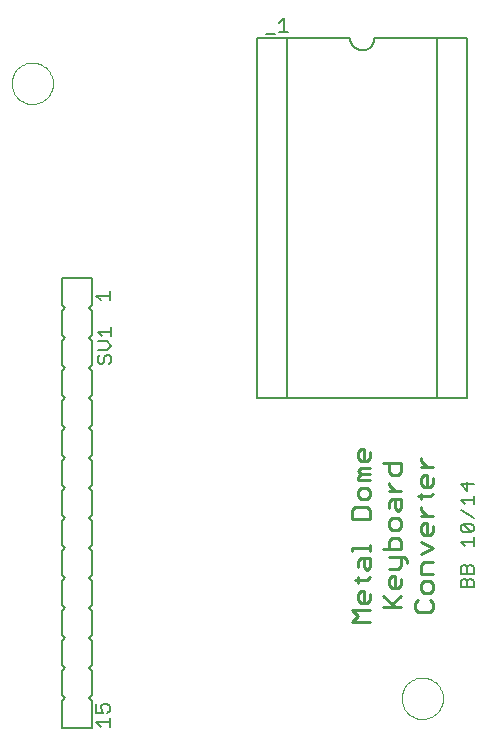
<source format=gto>
G75*
G70*
%OFA0B0*%
%FSLAX24Y24*%
%IPPOS*%
%LPD*%
%AMOC8*
5,1,8,0,0,1.08239X$1,22.5*
%
%ADD10C,0.0000*%
%ADD11C,0.0110*%
%ADD12C,0.0080*%
%ADD13C,0.0060*%
%ADD14C,0.0050*%
D10*
X013991Y001680D02*
X013993Y001732D01*
X013999Y001784D01*
X014009Y001835D01*
X014022Y001885D01*
X014040Y001935D01*
X014061Y001982D01*
X014085Y002028D01*
X014114Y002072D01*
X014145Y002114D01*
X014179Y002153D01*
X014216Y002190D01*
X014256Y002223D01*
X014299Y002254D01*
X014343Y002281D01*
X014389Y002305D01*
X014438Y002325D01*
X014487Y002341D01*
X014538Y002354D01*
X014589Y002363D01*
X014641Y002368D01*
X014693Y002369D01*
X014745Y002366D01*
X014797Y002359D01*
X014848Y002348D01*
X014898Y002334D01*
X014947Y002315D01*
X014994Y002293D01*
X015039Y002268D01*
X015083Y002239D01*
X015124Y002207D01*
X015163Y002172D01*
X015198Y002134D01*
X015231Y002093D01*
X015261Y002051D01*
X015287Y002006D01*
X015310Y001959D01*
X015329Y001910D01*
X015345Y001860D01*
X015357Y001810D01*
X015365Y001758D01*
X015369Y001706D01*
X015369Y001654D01*
X015365Y001602D01*
X015357Y001550D01*
X015345Y001500D01*
X015329Y001450D01*
X015310Y001401D01*
X015287Y001354D01*
X015261Y001309D01*
X015231Y001267D01*
X015198Y001226D01*
X015163Y001188D01*
X015124Y001153D01*
X015083Y001121D01*
X015039Y001092D01*
X014994Y001067D01*
X014947Y001045D01*
X014898Y001026D01*
X014848Y001012D01*
X014797Y001001D01*
X014745Y000994D01*
X014693Y000991D01*
X014641Y000992D01*
X014589Y000997D01*
X014538Y001006D01*
X014487Y001019D01*
X014438Y001035D01*
X014389Y001055D01*
X014343Y001079D01*
X014299Y001106D01*
X014256Y001137D01*
X014216Y001170D01*
X014179Y001207D01*
X014145Y001246D01*
X014114Y001288D01*
X014085Y001332D01*
X014061Y001378D01*
X014040Y001425D01*
X014022Y001475D01*
X014009Y001525D01*
X013999Y001576D01*
X013993Y001628D01*
X013991Y001680D01*
X000991Y022180D02*
X000993Y022232D01*
X000999Y022284D01*
X001009Y022335D01*
X001022Y022385D01*
X001040Y022435D01*
X001061Y022482D01*
X001085Y022528D01*
X001114Y022572D01*
X001145Y022614D01*
X001179Y022653D01*
X001216Y022690D01*
X001256Y022723D01*
X001299Y022754D01*
X001343Y022781D01*
X001389Y022805D01*
X001438Y022825D01*
X001487Y022841D01*
X001538Y022854D01*
X001589Y022863D01*
X001641Y022868D01*
X001693Y022869D01*
X001745Y022866D01*
X001797Y022859D01*
X001848Y022848D01*
X001898Y022834D01*
X001947Y022815D01*
X001994Y022793D01*
X002039Y022768D01*
X002083Y022739D01*
X002124Y022707D01*
X002163Y022672D01*
X002198Y022634D01*
X002231Y022593D01*
X002261Y022551D01*
X002287Y022506D01*
X002310Y022459D01*
X002329Y022410D01*
X002345Y022360D01*
X002357Y022310D01*
X002365Y022258D01*
X002369Y022206D01*
X002369Y022154D01*
X002365Y022102D01*
X002357Y022050D01*
X002345Y022000D01*
X002329Y021950D01*
X002310Y021901D01*
X002287Y021854D01*
X002261Y021809D01*
X002231Y021767D01*
X002198Y021726D01*
X002163Y021688D01*
X002124Y021653D01*
X002083Y021621D01*
X002039Y021592D01*
X001994Y021567D01*
X001947Y021545D01*
X001898Y021526D01*
X001848Y021512D01*
X001797Y021501D01*
X001745Y021494D01*
X001693Y021491D01*
X001641Y021492D01*
X001589Y021497D01*
X001538Y021506D01*
X001487Y021519D01*
X001438Y021535D01*
X001389Y021555D01*
X001343Y021579D01*
X001299Y021606D01*
X001256Y021637D01*
X001216Y021670D01*
X001179Y021707D01*
X001145Y021746D01*
X001114Y021788D01*
X001085Y021832D01*
X001061Y021878D01*
X001040Y021925D01*
X001022Y021975D01*
X001009Y022025D01*
X000999Y022076D01*
X000993Y022128D01*
X000991Y022180D01*
D11*
X012433Y008058D02*
X012334Y007960D01*
X012334Y007665D01*
X012925Y007665D01*
X012925Y007960D01*
X012827Y008058D01*
X012433Y008058D01*
X012630Y008309D02*
X012827Y008309D01*
X012925Y008408D01*
X012925Y008604D01*
X012827Y008703D01*
X012630Y008703D01*
X012531Y008604D01*
X012531Y008408D01*
X012630Y008309D01*
X012531Y008954D02*
X012531Y009052D01*
X012630Y009151D01*
X012531Y009249D01*
X012630Y009347D01*
X012925Y009347D01*
X012925Y009151D02*
X012630Y009151D01*
X012531Y008954D02*
X012925Y008954D01*
X012827Y009598D02*
X012630Y009598D01*
X012531Y009697D01*
X012531Y009894D01*
X012630Y009992D01*
X012728Y009992D01*
X012728Y009598D01*
X012827Y009598D02*
X012925Y009697D01*
X012925Y009894D01*
X013384Y009509D02*
X013975Y009509D01*
X013975Y009213D01*
X013877Y009115D01*
X013680Y009115D01*
X013581Y009213D01*
X013581Y009509D01*
X013581Y008873D02*
X013581Y008775D01*
X013778Y008578D01*
X013975Y008578D02*
X013581Y008578D01*
X013680Y008327D02*
X013581Y008229D01*
X013581Y008032D01*
X013778Y008032D02*
X013778Y008327D01*
X013680Y008327D02*
X013975Y008327D01*
X013975Y008032D01*
X013877Y007933D01*
X013778Y008032D01*
X013680Y007682D02*
X013581Y007584D01*
X013581Y007387D01*
X013680Y007289D01*
X013877Y007289D01*
X013975Y007387D01*
X013975Y007584D01*
X013877Y007682D01*
X013680Y007682D01*
X013680Y007038D02*
X013581Y006939D01*
X013581Y006644D01*
X013384Y006644D02*
X013975Y006644D01*
X013975Y006939D01*
X013877Y007038D01*
X013680Y007038D01*
X013581Y006393D02*
X014073Y006393D01*
X014172Y006295D01*
X014172Y006196D01*
X013975Y006098D02*
X013975Y006393D01*
X013975Y006098D02*
X013877Y006000D01*
X013581Y006000D01*
X013680Y005749D02*
X013778Y005749D01*
X013778Y005355D01*
X013680Y005355D02*
X013581Y005453D01*
X013581Y005650D01*
X013680Y005749D01*
X013975Y005650D02*
X013975Y005453D01*
X013877Y005355D01*
X013680Y005355D01*
X013975Y005104D02*
X013680Y004809D01*
X013778Y004711D02*
X013384Y005104D01*
X013384Y004711D02*
X013975Y004711D01*
X014434Y004648D02*
X014533Y004549D01*
X014927Y004549D01*
X015025Y004648D01*
X015025Y004845D01*
X014927Y004943D01*
X014927Y005194D02*
X014730Y005194D01*
X014631Y005292D01*
X014631Y005489D01*
X014730Y005588D01*
X014927Y005588D01*
X015025Y005489D01*
X015025Y005292D01*
X014927Y005194D01*
X014533Y004943D02*
X014434Y004845D01*
X014434Y004648D01*
X014631Y005838D02*
X014631Y006134D01*
X014730Y006232D01*
X015025Y006232D01*
X015025Y005838D02*
X014631Y005838D01*
X014631Y006483D02*
X015025Y006680D01*
X014631Y006877D01*
X014730Y007128D02*
X014631Y007226D01*
X014631Y007423D01*
X014730Y007521D01*
X014828Y007521D01*
X014828Y007128D01*
X014730Y007128D02*
X014927Y007128D01*
X015025Y007226D01*
X015025Y007423D01*
X015025Y007772D02*
X014631Y007772D01*
X014631Y007969D02*
X014631Y008067D01*
X014631Y007969D02*
X014828Y007772D01*
X014631Y008309D02*
X014631Y008506D01*
X014533Y008408D02*
X014927Y008408D01*
X015025Y008506D01*
X014927Y008739D02*
X014730Y008739D01*
X014631Y008837D01*
X014631Y009034D01*
X014730Y009133D01*
X014828Y009133D01*
X014828Y008739D01*
X014927Y008739D02*
X015025Y008837D01*
X015025Y009034D01*
X015025Y009383D02*
X014631Y009383D01*
X014828Y009383D02*
X014631Y009580D01*
X014631Y009679D01*
X012925Y006787D02*
X012925Y006590D01*
X012925Y006689D02*
X012334Y006689D01*
X012334Y006590D01*
X012630Y006340D02*
X012925Y006340D01*
X012925Y006044D01*
X012827Y005946D01*
X012728Y006044D01*
X012728Y006340D01*
X012630Y006340D02*
X012531Y006241D01*
X012531Y006044D01*
X012531Y005713D02*
X012531Y005516D01*
X012433Y005615D02*
X012827Y005615D01*
X012925Y005713D01*
X012728Y005265D02*
X012630Y005265D01*
X012531Y005167D01*
X012531Y004970D01*
X012630Y004872D01*
X012827Y004872D01*
X012925Y004970D01*
X012925Y005167D01*
X012728Y005265D02*
X012728Y004872D01*
X012925Y004621D02*
X012334Y004621D01*
X012531Y004424D01*
X012334Y004227D01*
X012925Y004227D01*
D12*
X015970Y005378D02*
X015970Y005589D01*
X016040Y005659D01*
X016110Y005659D01*
X016180Y005589D01*
X016180Y005378D01*
X016390Y005378D02*
X015970Y005378D01*
X016180Y005589D02*
X016250Y005659D01*
X016320Y005659D01*
X016390Y005589D01*
X016390Y005378D01*
X016390Y005839D02*
X016390Y006049D01*
X016320Y006119D01*
X016250Y006119D01*
X016180Y006049D01*
X016180Y005839D01*
X016180Y006049D02*
X016110Y006119D01*
X016040Y006119D01*
X015970Y006049D01*
X015970Y005839D01*
X016390Y005839D01*
X016390Y006760D02*
X016390Y007040D01*
X016390Y006900D02*
X015970Y006900D01*
X016110Y006760D01*
X016040Y007220D02*
X015970Y007290D01*
X015970Y007430D01*
X016040Y007500D01*
X016320Y007220D01*
X016390Y007290D01*
X016390Y007430D01*
X016320Y007500D01*
X016040Y007500D01*
X016040Y007220D02*
X016320Y007220D01*
X016390Y007680D02*
X015970Y007961D01*
X016110Y008141D02*
X015970Y008281D01*
X016390Y008281D01*
X016390Y008141D02*
X016390Y008421D01*
X016390Y008811D02*
X015970Y008811D01*
X016180Y008601D01*
X016180Y008881D01*
D13*
X002680Y001580D02*
X002680Y000680D01*
X003680Y000680D01*
X003680Y001580D01*
X003580Y001680D01*
X003680Y001780D01*
X003680Y002580D01*
X003580Y002680D01*
X003680Y002780D01*
X003680Y003580D01*
X003580Y003680D01*
X003680Y003780D01*
X003680Y004580D01*
X003580Y004680D01*
X003680Y004780D01*
X003680Y005580D01*
X003580Y005680D01*
X003680Y005780D01*
X003680Y006580D01*
X003580Y006680D01*
X003680Y006780D01*
X003680Y007580D01*
X003580Y007680D01*
X003680Y007780D01*
X003680Y008580D01*
X003580Y008680D01*
X003680Y008780D01*
X003680Y009580D01*
X003580Y009680D01*
X003680Y009780D01*
X003680Y010580D01*
X003580Y010680D01*
X003680Y010780D01*
X003680Y011580D01*
X003580Y011680D01*
X003680Y011780D01*
X003680Y012580D01*
X003580Y012680D01*
X003680Y012780D01*
X003680Y013580D01*
X003580Y013680D01*
X003680Y013780D01*
X003680Y014580D01*
X003580Y014680D01*
X003680Y014780D01*
X003680Y015680D01*
X002680Y015680D01*
X002680Y014780D01*
X002780Y014680D01*
X002680Y014580D01*
X002680Y013780D01*
X002780Y013680D01*
X002680Y013580D01*
X002680Y012780D01*
X002780Y012680D01*
X002680Y012580D01*
X002680Y011780D01*
X002780Y011680D01*
X002680Y011580D01*
X002680Y010780D01*
X002780Y010680D01*
X002680Y010580D01*
X002680Y009780D01*
X002780Y009680D01*
X002680Y009580D01*
X002680Y008780D01*
X002780Y008680D01*
X002680Y008580D01*
X002680Y007780D01*
X002780Y007680D01*
X002680Y007580D01*
X002680Y006780D01*
X002780Y006680D01*
X002680Y006580D01*
X002680Y005780D01*
X002780Y005680D01*
X002680Y005580D01*
X002680Y004780D01*
X002780Y004680D01*
X002680Y004580D01*
X002680Y003780D01*
X002780Y003680D01*
X002680Y003580D01*
X002680Y002780D01*
X002780Y002680D01*
X002680Y002580D01*
X002680Y001780D01*
X002780Y001680D01*
X002680Y001580D01*
X009180Y011680D02*
X010180Y011680D01*
X010180Y023680D01*
X012280Y023680D01*
X012282Y023641D01*
X012288Y023602D01*
X012297Y023564D01*
X012310Y023527D01*
X012327Y023491D01*
X012347Y023458D01*
X012371Y023426D01*
X012397Y023397D01*
X012426Y023371D01*
X012458Y023347D01*
X012491Y023327D01*
X012527Y023310D01*
X012564Y023297D01*
X012602Y023288D01*
X012641Y023282D01*
X012680Y023280D01*
X012719Y023282D01*
X012758Y023288D01*
X012796Y023297D01*
X012833Y023310D01*
X012869Y023327D01*
X012902Y023347D01*
X012934Y023371D01*
X012963Y023397D01*
X012989Y023426D01*
X013013Y023458D01*
X013033Y023491D01*
X013050Y023527D01*
X013063Y023564D01*
X013072Y023602D01*
X013078Y023641D01*
X013080Y023680D01*
X015180Y023680D01*
X015180Y011680D01*
X010180Y011680D01*
X009180Y011680D02*
X009180Y023680D01*
X010180Y023680D01*
X015180Y023680D02*
X016180Y023680D01*
X016180Y011680D01*
X015180Y011680D01*
D14*
X010216Y023905D02*
X009915Y023905D01*
X010066Y023905D02*
X010066Y024355D01*
X009915Y024205D01*
X009755Y023830D02*
X009455Y023830D01*
X004255Y015245D02*
X004255Y014945D01*
X004255Y015095D02*
X003805Y015095D01*
X003955Y014945D01*
X004305Y014045D02*
X004305Y013745D01*
X004305Y013895D02*
X003855Y013895D01*
X004005Y013745D01*
X004155Y013584D02*
X003855Y013584D01*
X003855Y013284D02*
X004155Y013284D01*
X004305Y013434D01*
X004155Y013584D01*
X004155Y013124D02*
X004230Y013124D01*
X004305Y013049D01*
X004305Y012899D01*
X004230Y012824D01*
X004080Y012899D02*
X004080Y013049D01*
X004155Y013124D01*
X003930Y013124D02*
X003855Y013049D01*
X003855Y012899D01*
X003930Y012824D01*
X004005Y012824D01*
X004080Y012899D01*
X004030Y001495D02*
X004180Y001495D01*
X004255Y001420D01*
X004255Y001270D01*
X004180Y001195D01*
X004030Y001195D02*
X003955Y001345D01*
X003955Y001420D01*
X004030Y001495D01*
X003805Y001495D02*
X003805Y001195D01*
X004030Y001195D01*
X003805Y000884D02*
X004255Y000884D01*
X004255Y000734D02*
X004255Y001034D01*
X003955Y000734D02*
X003805Y000884D01*
M02*

</source>
